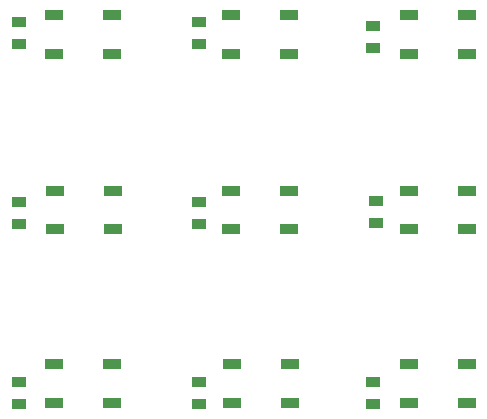
<source format=gbr>
%TF.GenerationSoftware,KiCad,Pcbnew,8.0.7*%
%TF.CreationDate,2025-02-24T23:51:06-05:00*%
%TF.ProjectId,pcb2,70636232-2e6b-4696-9361-645f70636258,rev?*%
%TF.SameCoordinates,Original*%
%TF.FileFunction,Paste,Top*%
%TF.FilePolarity,Positive*%
%FSLAX46Y46*%
G04 Gerber Fmt 4.6, Leading zero omitted, Abs format (unit mm)*
G04 Created by KiCad (PCBNEW 8.0.7) date 2025-02-24 23:51:06*
%MOMM*%
%LPD*%
G01*
G04 APERTURE LIST*
G04 Aperture macros list*
%AMRoundRect*
0 Rectangle with rounded corners*
0 $1 Rounding radius*
0 $2 $3 $4 $5 $6 $7 $8 $9 X,Y pos of 4 corners*
0 Add a 4 corners polygon primitive as box body*
4,1,4,$2,$3,$4,$5,$6,$7,$8,$9,$2,$3,0*
0 Add four circle primitives for the rounded corners*
1,1,$1+$1,$2,$3*
1,1,$1+$1,$4,$5*
1,1,$1+$1,$6,$7*
1,1,$1+$1,$8,$9*
0 Add four rect primitives between the rounded corners*
20,1,$1+$1,$2,$3,$4,$5,0*
20,1,$1+$1,$4,$5,$6,$7,0*
20,1,$1+$1,$6,$7,$8,$9,0*
20,1,$1+$1,$8,$9,$2,$3,0*%
G04 Aperture macros list end*
%ADD10R,1.244600X0.863600*%
%ADD11RoundRect,0.090000X-0.660000X-0.360000X0.660000X-0.360000X0.660000X0.360000X-0.660000X0.360000X0*%
G04 APERTURE END LIST*
D10*
%TO.C,C5*%
X147320000Y-100672900D03*
X147320000Y-102527100D03*
%TD*%
%TO.C,C2*%
X147320000Y-85432900D03*
X147320000Y-87287100D03*
%TD*%
D11*
%TO.C,LED6*%
X165100000Y-99700000D03*
X165100000Y-103000000D03*
X170000000Y-103000000D03*
X170000000Y-99700000D03*
%TD*%
%TO.C,LED3*%
X165100000Y-84850000D03*
X165100000Y-88150000D03*
X170000000Y-88150000D03*
X170000000Y-84850000D03*
%TD*%
D10*
%TO.C,C6*%
X162332000Y-100572900D03*
X162332000Y-102427100D03*
%TD*%
D11*
%TO.C,LED5*%
X150050000Y-99700000D03*
X150050000Y-103000000D03*
X154950000Y-103000000D03*
X154950000Y-99700000D03*
%TD*%
%TO.C,LED7*%
X135050000Y-114350000D03*
X135050000Y-117650000D03*
X139950000Y-117650000D03*
X139950000Y-114350000D03*
%TD*%
%TO.C,LED9*%
X165100000Y-114350000D03*
X165100000Y-117650000D03*
X170000000Y-117650000D03*
X170000000Y-114350000D03*
%TD*%
D10*
%TO.C,C3*%
X162052000Y-85772900D03*
X162052000Y-87627100D03*
%TD*%
D11*
%TO.C,LED1*%
X135075000Y-84850000D03*
X135075000Y-88150000D03*
X139975000Y-88150000D03*
X139975000Y-84850000D03*
%TD*%
%TO.C,LED4*%
X135100000Y-99700000D03*
X135100000Y-103000000D03*
X140000000Y-103000000D03*
X140000000Y-99700000D03*
%TD*%
%TO.C,LED8*%
X150100000Y-114350000D03*
X150100000Y-117650000D03*
X155000000Y-117650000D03*
X155000000Y-114350000D03*
%TD*%
%TO.C,LED2*%
X150050000Y-84850000D03*
X150050000Y-88150000D03*
X154950000Y-88150000D03*
X154950000Y-84850000D03*
%TD*%
D10*
%TO.C,C9*%
X162052000Y-115912900D03*
X162052000Y-117767100D03*
%TD*%
%TO.C,C7*%
X132080000Y-115912900D03*
X132080000Y-117767100D03*
%TD*%
%TO.C,C4*%
X132080000Y-100672900D03*
X132080000Y-102527100D03*
%TD*%
%TO.C,C1*%
X132080000Y-85432900D03*
X132080000Y-87287100D03*
%TD*%
%TO.C,C8*%
X147320000Y-115912900D03*
X147320000Y-117767100D03*
%TD*%
M02*

</source>
